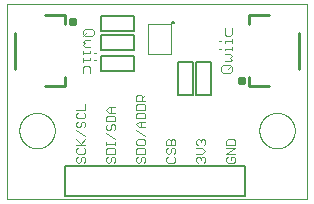
<source format=gto>
G75*
%MOIN*%
%OFA0B0*%
%FSLAX25Y25*%
%IPPOS*%
%LPD*%
%AMOC8*
5,1,8,0,0,1.08239X$1,22.5*
%
%ADD10C,0.00000*%
%ADD11C,0.00300*%
%ADD12C,0.00400*%
%ADD13C,0.00500*%
%ADD14C,0.01575*%
%ADD15C,0.01000*%
%ADD16C,0.00394*%
%ADD17C,0.00600*%
D10*
X0001350Y0002094D02*
X0001350Y0067055D01*
X0101035Y0067055D01*
X0101035Y0002094D01*
X0001350Y0002094D01*
X0005287Y0024929D02*
X0005289Y0025082D01*
X0005295Y0025236D01*
X0005305Y0025389D01*
X0005319Y0025541D01*
X0005337Y0025694D01*
X0005359Y0025845D01*
X0005384Y0025996D01*
X0005414Y0026147D01*
X0005448Y0026297D01*
X0005485Y0026445D01*
X0005526Y0026593D01*
X0005571Y0026739D01*
X0005620Y0026885D01*
X0005673Y0027029D01*
X0005729Y0027171D01*
X0005789Y0027312D01*
X0005853Y0027452D01*
X0005920Y0027590D01*
X0005991Y0027726D01*
X0006066Y0027860D01*
X0006143Y0027992D01*
X0006225Y0028122D01*
X0006309Y0028250D01*
X0006397Y0028376D01*
X0006488Y0028499D01*
X0006582Y0028620D01*
X0006680Y0028738D01*
X0006780Y0028854D01*
X0006884Y0028967D01*
X0006990Y0029078D01*
X0007099Y0029186D01*
X0007211Y0029291D01*
X0007325Y0029392D01*
X0007443Y0029491D01*
X0007562Y0029587D01*
X0007684Y0029680D01*
X0007809Y0029769D01*
X0007936Y0029856D01*
X0008065Y0029938D01*
X0008196Y0030018D01*
X0008329Y0030094D01*
X0008464Y0030167D01*
X0008601Y0030236D01*
X0008740Y0030301D01*
X0008880Y0030363D01*
X0009022Y0030421D01*
X0009165Y0030476D01*
X0009310Y0030527D01*
X0009456Y0030574D01*
X0009603Y0030617D01*
X0009751Y0030656D01*
X0009900Y0030692D01*
X0010050Y0030723D01*
X0010201Y0030751D01*
X0010352Y0030775D01*
X0010505Y0030795D01*
X0010657Y0030811D01*
X0010810Y0030823D01*
X0010963Y0030831D01*
X0011116Y0030835D01*
X0011270Y0030835D01*
X0011423Y0030831D01*
X0011576Y0030823D01*
X0011729Y0030811D01*
X0011881Y0030795D01*
X0012034Y0030775D01*
X0012185Y0030751D01*
X0012336Y0030723D01*
X0012486Y0030692D01*
X0012635Y0030656D01*
X0012783Y0030617D01*
X0012930Y0030574D01*
X0013076Y0030527D01*
X0013221Y0030476D01*
X0013364Y0030421D01*
X0013506Y0030363D01*
X0013646Y0030301D01*
X0013785Y0030236D01*
X0013922Y0030167D01*
X0014057Y0030094D01*
X0014190Y0030018D01*
X0014321Y0029938D01*
X0014450Y0029856D01*
X0014577Y0029769D01*
X0014702Y0029680D01*
X0014824Y0029587D01*
X0014943Y0029491D01*
X0015061Y0029392D01*
X0015175Y0029291D01*
X0015287Y0029186D01*
X0015396Y0029078D01*
X0015502Y0028967D01*
X0015606Y0028854D01*
X0015706Y0028738D01*
X0015804Y0028620D01*
X0015898Y0028499D01*
X0015989Y0028376D01*
X0016077Y0028250D01*
X0016161Y0028122D01*
X0016243Y0027992D01*
X0016320Y0027860D01*
X0016395Y0027726D01*
X0016466Y0027590D01*
X0016533Y0027452D01*
X0016597Y0027312D01*
X0016657Y0027171D01*
X0016713Y0027029D01*
X0016766Y0026885D01*
X0016815Y0026739D01*
X0016860Y0026593D01*
X0016901Y0026445D01*
X0016938Y0026297D01*
X0016972Y0026147D01*
X0017002Y0025996D01*
X0017027Y0025845D01*
X0017049Y0025694D01*
X0017067Y0025541D01*
X0017081Y0025389D01*
X0017091Y0025236D01*
X0017097Y0025082D01*
X0017099Y0024929D01*
X0017097Y0024776D01*
X0017091Y0024622D01*
X0017081Y0024469D01*
X0017067Y0024317D01*
X0017049Y0024164D01*
X0017027Y0024013D01*
X0017002Y0023862D01*
X0016972Y0023711D01*
X0016938Y0023561D01*
X0016901Y0023413D01*
X0016860Y0023265D01*
X0016815Y0023119D01*
X0016766Y0022973D01*
X0016713Y0022829D01*
X0016657Y0022687D01*
X0016597Y0022546D01*
X0016533Y0022406D01*
X0016466Y0022268D01*
X0016395Y0022132D01*
X0016320Y0021998D01*
X0016243Y0021866D01*
X0016161Y0021736D01*
X0016077Y0021608D01*
X0015989Y0021482D01*
X0015898Y0021359D01*
X0015804Y0021238D01*
X0015706Y0021120D01*
X0015606Y0021004D01*
X0015502Y0020891D01*
X0015396Y0020780D01*
X0015287Y0020672D01*
X0015175Y0020567D01*
X0015061Y0020466D01*
X0014943Y0020367D01*
X0014824Y0020271D01*
X0014702Y0020178D01*
X0014577Y0020089D01*
X0014450Y0020002D01*
X0014321Y0019920D01*
X0014190Y0019840D01*
X0014057Y0019764D01*
X0013922Y0019691D01*
X0013785Y0019622D01*
X0013646Y0019557D01*
X0013506Y0019495D01*
X0013364Y0019437D01*
X0013221Y0019382D01*
X0013076Y0019331D01*
X0012930Y0019284D01*
X0012783Y0019241D01*
X0012635Y0019202D01*
X0012486Y0019166D01*
X0012336Y0019135D01*
X0012185Y0019107D01*
X0012034Y0019083D01*
X0011881Y0019063D01*
X0011729Y0019047D01*
X0011576Y0019035D01*
X0011423Y0019027D01*
X0011270Y0019023D01*
X0011116Y0019023D01*
X0010963Y0019027D01*
X0010810Y0019035D01*
X0010657Y0019047D01*
X0010505Y0019063D01*
X0010352Y0019083D01*
X0010201Y0019107D01*
X0010050Y0019135D01*
X0009900Y0019166D01*
X0009751Y0019202D01*
X0009603Y0019241D01*
X0009456Y0019284D01*
X0009310Y0019331D01*
X0009165Y0019382D01*
X0009022Y0019437D01*
X0008880Y0019495D01*
X0008740Y0019557D01*
X0008601Y0019622D01*
X0008464Y0019691D01*
X0008329Y0019764D01*
X0008196Y0019840D01*
X0008065Y0019920D01*
X0007936Y0020002D01*
X0007809Y0020089D01*
X0007684Y0020178D01*
X0007562Y0020271D01*
X0007443Y0020367D01*
X0007325Y0020466D01*
X0007211Y0020567D01*
X0007099Y0020672D01*
X0006990Y0020780D01*
X0006884Y0020891D01*
X0006780Y0021004D01*
X0006680Y0021120D01*
X0006582Y0021238D01*
X0006488Y0021359D01*
X0006397Y0021482D01*
X0006309Y0021608D01*
X0006225Y0021736D01*
X0006143Y0021866D01*
X0006066Y0021998D01*
X0005991Y0022132D01*
X0005920Y0022268D01*
X0005853Y0022406D01*
X0005789Y0022546D01*
X0005729Y0022687D01*
X0005673Y0022829D01*
X0005620Y0022973D01*
X0005571Y0023119D01*
X0005526Y0023265D01*
X0005485Y0023413D01*
X0005448Y0023561D01*
X0005414Y0023711D01*
X0005384Y0023862D01*
X0005359Y0024013D01*
X0005337Y0024164D01*
X0005319Y0024317D01*
X0005305Y0024469D01*
X0005295Y0024622D01*
X0005289Y0024776D01*
X0005287Y0024929D01*
X0085287Y0024929D02*
X0085289Y0025082D01*
X0085295Y0025236D01*
X0085305Y0025389D01*
X0085319Y0025541D01*
X0085337Y0025694D01*
X0085359Y0025845D01*
X0085384Y0025996D01*
X0085414Y0026147D01*
X0085448Y0026297D01*
X0085485Y0026445D01*
X0085526Y0026593D01*
X0085571Y0026739D01*
X0085620Y0026885D01*
X0085673Y0027029D01*
X0085729Y0027171D01*
X0085789Y0027312D01*
X0085853Y0027452D01*
X0085920Y0027590D01*
X0085991Y0027726D01*
X0086066Y0027860D01*
X0086143Y0027992D01*
X0086225Y0028122D01*
X0086309Y0028250D01*
X0086397Y0028376D01*
X0086488Y0028499D01*
X0086582Y0028620D01*
X0086680Y0028738D01*
X0086780Y0028854D01*
X0086884Y0028967D01*
X0086990Y0029078D01*
X0087099Y0029186D01*
X0087211Y0029291D01*
X0087325Y0029392D01*
X0087443Y0029491D01*
X0087562Y0029587D01*
X0087684Y0029680D01*
X0087809Y0029769D01*
X0087936Y0029856D01*
X0088065Y0029938D01*
X0088196Y0030018D01*
X0088329Y0030094D01*
X0088464Y0030167D01*
X0088601Y0030236D01*
X0088740Y0030301D01*
X0088880Y0030363D01*
X0089022Y0030421D01*
X0089165Y0030476D01*
X0089310Y0030527D01*
X0089456Y0030574D01*
X0089603Y0030617D01*
X0089751Y0030656D01*
X0089900Y0030692D01*
X0090050Y0030723D01*
X0090201Y0030751D01*
X0090352Y0030775D01*
X0090505Y0030795D01*
X0090657Y0030811D01*
X0090810Y0030823D01*
X0090963Y0030831D01*
X0091116Y0030835D01*
X0091270Y0030835D01*
X0091423Y0030831D01*
X0091576Y0030823D01*
X0091729Y0030811D01*
X0091881Y0030795D01*
X0092034Y0030775D01*
X0092185Y0030751D01*
X0092336Y0030723D01*
X0092486Y0030692D01*
X0092635Y0030656D01*
X0092783Y0030617D01*
X0092930Y0030574D01*
X0093076Y0030527D01*
X0093221Y0030476D01*
X0093364Y0030421D01*
X0093506Y0030363D01*
X0093646Y0030301D01*
X0093785Y0030236D01*
X0093922Y0030167D01*
X0094057Y0030094D01*
X0094190Y0030018D01*
X0094321Y0029938D01*
X0094450Y0029856D01*
X0094577Y0029769D01*
X0094702Y0029680D01*
X0094824Y0029587D01*
X0094943Y0029491D01*
X0095061Y0029392D01*
X0095175Y0029291D01*
X0095287Y0029186D01*
X0095396Y0029078D01*
X0095502Y0028967D01*
X0095606Y0028854D01*
X0095706Y0028738D01*
X0095804Y0028620D01*
X0095898Y0028499D01*
X0095989Y0028376D01*
X0096077Y0028250D01*
X0096161Y0028122D01*
X0096243Y0027992D01*
X0096320Y0027860D01*
X0096395Y0027726D01*
X0096466Y0027590D01*
X0096533Y0027452D01*
X0096597Y0027312D01*
X0096657Y0027171D01*
X0096713Y0027029D01*
X0096766Y0026885D01*
X0096815Y0026739D01*
X0096860Y0026593D01*
X0096901Y0026445D01*
X0096938Y0026297D01*
X0096972Y0026147D01*
X0097002Y0025996D01*
X0097027Y0025845D01*
X0097049Y0025694D01*
X0097067Y0025541D01*
X0097081Y0025389D01*
X0097091Y0025236D01*
X0097097Y0025082D01*
X0097099Y0024929D01*
X0097097Y0024776D01*
X0097091Y0024622D01*
X0097081Y0024469D01*
X0097067Y0024317D01*
X0097049Y0024164D01*
X0097027Y0024013D01*
X0097002Y0023862D01*
X0096972Y0023711D01*
X0096938Y0023561D01*
X0096901Y0023413D01*
X0096860Y0023265D01*
X0096815Y0023119D01*
X0096766Y0022973D01*
X0096713Y0022829D01*
X0096657Y0022687D01*
X0096597Y0022546D01*
X0096533Y0022406D01*
X0096466Y0022268D01*
X0096395Y0022132D01*
X0096320Y0021998D01*
X0096243Y0021866D01*
X0096161Y0021736D01*
X0096077Y0021608D01*
X0095989Y0021482D01*
X0095898Y0021359D01*
X0095804Y0021238D01*
X0095706Y0021120D01*
X0095606Y0021004D01*
X0095502Y0020891D01*
X0095396Y0020780D01*
X0095287Y0020672D01*
X0095175Y0020567D01*
X0095061Y0020466D01*
X0094943Y0020367D01*
X0094824Y0020271D01*
X0094702Y0020178D01*
X0094577Y0020089D01*
X0094450Y0020002D01*
X0094321Y0019920D01*
X0094190Y0019840D01*
X0094057Y0019764D01*
X0093922Y0019691D01*
X0093785Y0019622D01*
X0093646Y0019557D01*
X0093506Y0019495D01*
X0093364Y0019437D01*
X0093221Y0019382D01*
X0093076Y0019331D01*
X0092930Y0019284D01*
X0092783Y0019241D01*
X0092635Y0019202D01*
X0092486Y0019166D01*
X0092336Y0019135D01*
X0092185Y0019107D01*
X0092034Y0019083D01*
X0091881Y0019063D01*
X0091729Y0019047D01*
X0091576Y0019035D01*
X0091423Y0019027D01*
X0091270Y0019023D01*
X0091116Y0019023D01*
X0090963Y0019027D01*
X0090810Y0019035D01*
X0090657Y0019047D01*
X0090505Y0019063D01*
X0090352Y0019083D01*
X0090201Y0019107D01*
X0090050Y0019135D01*
X0089900Y0019166D01*
X0089751Y0019202D01*
X0089603Y0019241D01*
X0089456Y0019284D01*
X0089310Y0019331D01*
X0089165Y0019382D01*
X0089022Y0019437D01*
X0088880Y0019495D01*
X0088740Y0019557D01*
X0088601Y0019622D01*
X0088464Y0019691D01*
X0088329Y0019764D01*
X0088196Y0019840D01*
X0088065Y0019920D01*
X0087936Y0020002D01*
X0087809Y0020089D01*
X0087684Y0020178D01*
X0087562Y0020271D01*
X0087443Y0020367D01*
X0087325Y0020466D01*
X0087211Y0020567D01*
X0087099Y0020672D01*
X0086990Y0020780D01*
X0086884Y0020891D01*
X0086780Y0021004D01*
X0086680Y0021120D01*
X0086582Y0021238D01*
X0086488Y0021359D01*
X0086397Y0021482D01*
X0086309Y0021608D01*
X0086225Y0021736D01*
X0086143Y0021866D01*
X0086066Y0021998D01*
X0085991Y0022132D01*
X0085920Y0022268D01*
X0085853Y0022406D01*
X0085789Y0022546D01*
X0085729Y0022687D01*
X0085673Y0022829D01*
X0085620Y0022973D01*
X0085571Y0023119D01*
X0085526Y0023265D01*
X0085485Y0023413D01*
X0085448Y0023561D01*
X0085414Y0023711D01*
X0085384Y0023862D01*
X0085359Y0024013D01*
X0085337Y0024164D01*
X0085319Y0024317D01*
X0085305Y0024469D01*
X0085295Y0024622D01*
X0085289Y0024776D01*
X0085287Y0024929D01*
D11*
X0077200Y0021589D02*
X0077200Y0020138D01*
X0074298Y0020138D01*
X0074298Y0021589D01*
X0074781Y0022073D01*
X0076716Y0022073D01*
X0077200Y0021589D01*
X0077200Y0019126D02*
X0074298Y0019126D01*
X0074298Y0017191D02*
X0077200Y0019126D01*
X0077200Y0017191D02*
X0074298Y0017191D01*
X0074781Y0016179D02*
X0074298Y0015696D01*
X0074298Y0014728D01*
X0074781Y0014244D01*
X0076716Y0014244D01*
X0077200Y0014728D01*
X0077200Y0015696D01*
X0076716Y0016179D01*
X0075749Y0016179D01*
X0075749Y0015212D01*
X0067200Y0014728D02*
X0066716Y0014244D01*
X0067200Y0014728D02*
X0067200Y0015696D01*
X0066716Y0016179D01*
X0066233Y0016179D01*
X0065749Y0015696D01*
X0065749Y0015212D01*
X0065749Y0015696D02*
X0065265Y0016179D01*
X0064781Y0016179D01*
X0064298Y0015696D01*
X0064298Y0014728D01*
X0064781Y0014244D01*
X0064298Y0017191D02*
X0066233Y0017191D01*
X0067200Y0018158D01*
X0066233Y0019126D01*
X0064298Y0019126D01*
X0064781Y0020138D02*
X0064298Y0020621D01*
X0064298Y0021589D01*
X0064781Y0022073D01*
X0065265Y0022073D01*
X0065749Y0021589D01*
X0066233Y0022073D01*
X0066716Y0022073D01*
X0067200Y0021589D01*
X0067200Y0020621D01*
X0066716Y0020138D01*
X0065749Y0021105D02*
X0065749Y0021589D01*
X0057200Y0021589D02*
X0057200Y0020138D01*
X0054298Y0020138D01*
X0054298Y0021589D01*
X0054781Y0022073D01*
X0055265Y0022073D01*
X0055749Y0021589D01*
X0055749Y0020138D01*
X0056233Y0019126D02*
X0056716Y0019126D01*
X0057200Y0018642D01*
X0057200Y0017675D01*
X0056716Y0017191D01*
X0055749Y0017675D02*
X0055749Y0018642D01*
X0056233Y0019126D01*
X0054781Y0019126D02*
X0054298Y0018642D01*
X0054298Y0017675D01*
X0054781Y0017191D01*
X0055265Y0017191D01*
X0055749Y0017675D01*
X0056716Y0016179D02*
X0057200Y0015696D01*
X0057200Y0014728D01*
X0056716Y0014244D01*
X0054781Y0014244D01*
X0054298Y0014728D01*
X0054298Y0015696D01*
X0054781Y0016179D01*
X0055749Y0021589D02*
X0056233Y0022073D01*
X0056716Y0022073D01*
X0057200Y0021589D01*
X0047200Y0021589D02*
X0047200Y0020621D01*
X0046716Y0020138D01*
X0044781Y0020138D01*
X0044298Y0020621D01*
X0044298Y0021589D01*
X0044781Y0022073D01*
X0046716Y0022073D01*
X0047200Y0021589D01*
X0047200Y0023084D02*
X0044298Y0025019D01*
X0045265Y0026031D02*
X0044298Y0026998D01*
X0045265Y0027966D01*
X0047200Y0027966D01*
X0045749Y0027966D02*
X0045749Y0026031D01*
X0045265Y0026031D02*
X0047200Y0026031D01*
X0047200Y0028977D02*
X0044298Y0028977D01*
X0044298Y0030428D01*
X0044781Y0030912D01*
X0046716Y0030912D01*
X0047200Y0030428D01*
X0047200Y0028977D01*
X0047200Y0031924D02*
X0044298Y0031924D01*
X0044298Y0033375D01*
X0044781Y0033859D01*
X0046716Y0033859D01*
X0047200Y0033375D01*
X0047200Y0031924D01*
X0047200Y0034870D02*
X0044298Y0034870D01*
X0044298Y0036321D01*
X0044781Y0036805D01*
X0045749Y0036805D01*
X0046233Y0036321D01*
X0046233Y0034870D01*
X0046233Y0035838D02*
X0047200Y0036805D01*
X0037200Y0032876D02*
X0035265Y0032876D01*
X0034298Y0031909D01*
X0035265Y0030941D01*
X0037200Y0030941D01*
X0036716Y0029930D02*
X0034781Y0029930D01*
X0034298Y0029446D01*
X0034298Y0027995D01*
X0037200Y0027995D01*
X0037200Y0029446D01*
X0036716Y0029930D01*
X0035749Y0030941D02*
X0035749Y0032876D01*
X0036233Y0026983D02*
X0036716Y0026983D01*
X0037200Y0026500D01*
X0037200Y0025532D01*
X0036716Y0025048D01*
X0035749Y0025532D02*
X0035749Y0026500D01*
X0036233Y0026983D01*
X0034781Y0026983D02*
X0034298Y0026500D01*
X0034298Y0025532D01*
X0034781Y0025048D01*
X0035265Y0025048D01*
X0035749Y0025532D01*
X0034298Y0024037D02*
X0037200Y0022102D01*
X0037200Y0021105D02*
X0037200Y0020138D01*
X0037200Y0020621D02*
X0034298Y0020621D01*
X0034298Y0020138D02*
X0034298Y0021105D01*
X0034781Y0019126D02*
X0034298Y0018642D01*
X0034298Y0017191D01*
X0037200Y0017191D01*
X0037200Y0018642D01*
X0036716Y0019126D01*
X0034781Y0019126D01*
X0034781Y0016179D02*
X0034298Y0015696D01*
X0034298Y0014728D01*
X0034781Y0014244D01*
X0035265Y0014244D01*
X0035749Y0014728D01*
X0035749Y0015696D01*
X0036233Y0016179D01*
X0036716Y0016179D01*
X0037200Y0015696D01*
X0037200Y0014728D01*
X0036716Y0014244D01*
X0044298Y0014728D02*
X0044781Y0014244D01*
X0045265Y0014244D01*
X0045749Y0014728D01*
X0045749Y0015696D01*
X0046233Y0016179D01*
X0046716Y0016179D01*
X0047200Y0015696D01*
X0047200Y0014728D01*
X0046716Y0014244D01*
X0044781Y0016179D02*
X0044298Y0015696D01*
X0044298Y0014728D01*
X0044298Y0017191D02*
X0044298Y0018642D01*
X0044781Y0019126D01*
X0046716Y0019126D01*
X0047200Y0018642D01*
X0047200Y0017191D01*
X0044298Y0017191D01*
X0027200Y0017675D02*
X0027200Y0018642D01*
X0026716Y0019126D01*
X0026233Y0020138D02*
X0024298Y0022073D01*
X0025749Y0020621D02*
X0027200Y0022073D01*
X0027200Y0023084D02*
X0024298Y0025019D01*
X0024781Y0026031D02*
X0025265Y0026031D01*
X0025749Y0026514D01*
X0025749Y0027482D01*
X0026233Y0027966D01*
X0026716Y0027966D01*
X0027200Y0027482D01*
X0027200Y0026514D01*
X0026716Y0026031D01*
X0024781Y0026031D02*
X0024298Y0026514D01*
X0024298Y0027482D01*
X0024781Y0027966D01*
X0024781Y0028977D02*
X0026716Y0028977D01*
X0027200Y0029461D01*
X0027200Y0030428D01*
X0026716Y0030912D01*
X0027200Y0031924D02*
X0027200Y0033859D01*
X0027200Y0031924D02*
X0024298Y0031924D01*
X0024781Y0030912D02*
X0024298Y0030428D01*
X0024298Y0029461D01*
X0024781Y0028977D01*
X0024298Y0020138D02*
X0027200Y0020138D01*
X0027200Y0017675D02*
X0026716Y0017191D01*
X0024781Y0017191D01*
X0024298Y0017675D01*
X0024298Y0018642D01*
X0024781Y0019126D01*
X0024781Y0016179D02*
X0024298Y0015696D01*
X0024298Y0014728D01*
X0024781Y0014244D01*
X0025265Y0014244D01*
X0025749Y0014728D01*
X0025749Y0015696D01*
X0026233Y0016179D01*
X0026716Y0016179D01*
X0027200Y0015696D01*
X0027200Y0014728D01*
X0026716Y0014244D01*
D12*
X0026550Y0044215D02*
X0026550Y0046017D01*
X0027151Y0046617D01*
X0028352Y0046617D01*
X0028952Y0046017D01*
X0028952Y0044215D01*
X0026550Y0047872D02*
X0026550Y0049073D01*
X0026550Y0048472D02*
X0028952Y0048472D01*
X0028952Y0049073D01*
X0030153Y0048472D02*
X0030754Y0048472D01*
X0030754Y0050928D02*
X0030153Y0050928D01*
X0028952Y0050928D02*
X0028952Y0051528D01*
X0028952Y0050928D02*
X0026550Y0050928D01*
X0026550Y0051528D02*
X0026550Y0050327D01*
X0027151Y0052809D02*
X0028952Y0052809D01*
X0027151Y0052809D02*
X0026550Y0053410D01*
X0027151Y0054010D01*
X0026550Y0054611D01*
X0027151Y0055211D01*
X0028952Y0055211D01*
X0029553Y0056492D02*
X0027151Y0056492D01*
X0026550Y0057093D01*
X0026550Y0058294D01*
X0027151Y0058894D01*
X0029553Y0058894D01*
X0030153Y0058294D01*
X0030153Y0057093D01*
X0029553Y0056492D01*
X0027751Y0057693D02*
X0026550Y0056492D01*
X0071946Y0054717D02*
X0072547Y0054717D01*
X0073748Y0054717D02*
X0073748Y0054116D01*
X0073748Y0054717D02*
X0076150Y0054717D01*
X0076150Y0055317D02*
X0076150Y0054116D01*
X0076150Y0052862D02*
X0076150Y0051661D01*
X0076150Y0052261D02*
X0073748Y0052261D01*
X0073748Y0051661D01*
X0072547Y0052261D02*
X0071946Y0052261D01*
X0073748Y0050380D02*
X0075549Y0050380D01*
X0076150Y0049779D01*
X0075549Y0049179D01*
X0076150Y0048578D01*
X0075549Y0047978D01*
X0073748Y0047978D01*
X0073147Y0046697D02*
X0075549Y0046697D01*
X0076150Y0046096D01*
X0076150Y0044895D01*
X0075549Y0044294D01*
X0073147Y0044294D01*
X0072547Y0044895D01*
X0072547Y0046096D01*
X0073147Y0046697D01*
X0074949Y0045496D02*
X0076150Y0046697D01*
X0075549Y0056572D02*
X0074348Y0056572D01*
X0073748Y0057172D01*
X0073748Y0058974D01*
X0076150Y0058974D02*
X0076150Y0057172D01*
X0075549Y0056572D01*
D13*
X0069050Y0047894D02*
X0064050Y0047894D01*
X0064050Y0036894D01*
X0069050Y0036894D01*
X0069050Y0047894D01*
X0063134Y0047939D02*
X0058134Y0047939D01*
X0058134Y0036939D01*
X0063134Y0036939D01*
X0063134Y0047939D01*
X0043450Y0049894D02*
X0043450Y0044894D01*
X0032450Y0044894D01*
X0032450Y0049894D01*
X0043450Y0049894D01*
X0043427Y0051661D02*
X0032427Y0051661D01*
X0032427Y0056661D01*
X0043427Y0056661D01*
X0043427Y0051661D01*
X0043448Y0058260D02*
X0032448Y0058260D01*
X0032448Y0063260D01*
X0043448Y0063260D01*
X0043448Y0058260D01*
X0020563Y0013000D02*
X0080563Y0013000D01*
X0080563Y0003000D01*
X0020563Y0003000D01*
X0020563Y0013000D01*
D14*
X0078824Y0041661D02*
X0078826Y0041708D01*
X0078832Y0041754D01*
X0078841Y0041800D01*
X0078855Y0041844D01*
X0078872Y0041888D01*
X0078893Y0041929D01*
X0078917Y0041969D01*
X0078944Y0042007D01*
X0078975Y0042042D01*
X0079008Y0042075D01*
X0079044Y0042105D01*
X0079083Y0042131D01*
X0079123Y0042155D01*
X0079165Y0042174D01*
X0079209Y0042191D01*
X0079254Y0042203D01*
X0079300Y0042212D01*
X0079346Y0042217D01*
X0079393Y0042218D01*
X0079439Y0042215D01*
X0079485Y0042208D01*
X0079531Y0042197D01*
X0079575Y0042183D01*
X0079618Y0042165D01*
X0079659Y0042143D01*
X0079699Y0042118D01*
X0079736Y0042090D01*
X0079771Y0042059D01*
X0079803Y0042025D01*
X0079832Y0041988D01*
X0079857Y0041950D01*
X0079880Y0041909D01*
X0079899Y0041866D01*
X0079914Y0041822D01*
X0079926Y0041777D01*
X0079934Y0041731D01*
X0079938Y0041684D01*
X0079938Y0041638D01*
X0079934Y0041591D01*
X0079926Y0041545D01*
X0079914Y0041500D01*
X0079899Y0041456D01*
X0079880Y0041413D01*
X0079857Y0041372D01*
X0079832Y0041334D01*
X0079803Y0041297D01*
X0079771Y0041263D01*
X0079736Y0041232D01*
X0079699Y0041204D01*
X0079660Y0041179D01*
X0079618Y0041157D01*
X0079575Y0041139D01*
X0079531Y0041125D01*
X0079485Y0041114D01*
X0079439Y0041107D01*
X0079393Y0041104D01*
X0079346Y0041105D01*
X0079300Y0041110D01*
X0079254Y0041119D01*
X0079209Y0041131D01*
X0079165Y0041148D01*
X0079123Y0041167D01*
X0079083Y0041191D01*
X0079044Y0041217D01*
X0079008Y0041247D01*
X0078975Y0041280D01*
X0078944Y0041315D01*
X0078917Y0041353D01*
X0078893Y0041393D01*
X0078872Y0041434D01*
X0078855Y0041478D01*
X0078841Y0041522D01*
X0078832Y0041568D01*
X0078826Y0041614D01*
X0078824Y0041661D01*
X0022447Y0061346D02*
X0022449Y0061393D01*
X0022455Y0061439D01*
X0022464Y0061485D01*
X0022478Y0061529D01*
X0022495Y0061573D01*
X0022516Y0061614D01*
X0022540Y0061654D01*
X0022567Y0061692D01*
X0022598Y0061727D01*
X0022631Y0061760D01*
X0022667Y0061790D01*
X0022706Y0061816D01*
X0022746Y0061840D01*
X0022788Y0061859D01*
X0022832Y0061876D01*
X0022877Y0061888D01*
X0022923Y0061897D01*
X0022969Y0061902D01*
X0023016Y0061903D01*
X0023062Y0061900D01*
X0023108Y0061893D01*
X0023154Y0061882D01*
X0023198Y0061868D01*
X0023241Y0061850D01*
X0023282Y0061828D01*
X0023322Y0061803D01*
X0023359Y0061775D01*
X0023394Y0061744D01*
X0023426Y0061710D01*
X0023455Y0061673D01*
X0023480Y0061635D01*
X0023503Y0061594D01*
X0023522Y0061551D01*
X0023537Y0061507D01*
X0023549Y0061462D01*
X0023557Y0061416D01*
X0023561Y0061369D01*
X0023561Y0061323D01*
X0023557Y0061276D01*
X0023549Y0061230D01*
X0023537Y0061185D01*
X0023522Y0061141D01*
X0023503Y0061098D01*
X0023480Y0061057D01*
X0023455Y0061019D01*
X0023426Y0060982D01*
X0023394Y0060948D01*
X0023359Y0060917D01*
X0023322Y0060889D01*
X0023283Y0060864D01*
X0023241Y0060842D01*
X0023198Y0060824D01*
X0023154Y0060810D01*
X0023108Y0060799D01*
X0023062Y0060792D01*
X0023016Y0060789D01*
X0022969Y0060790D01*
X0022923Y0060795D01*
X0022877Y0060804D01*
X0022832Y0060816D01*
X0022788Y0060833D01*
X0022746Y0060852D01*
X0022706Y0060876D01*
X0022667Y0060902D01*
X0022631Y0060932D01*
X0022598Y0060965D01*
X0022567Y0061000D01*
X0022540Y0061038D01*
X0022516Y0061078D01*
X0022495Y0061119D01*
X0022478Y0061163D01*
X0022464Y0061207D01*
X0022455Y0061253D01*
X0022449Y0061299D01*
X0022447Y0061346D01*
D15*
X0020444Y0060362D02*
X0020444Y0063315D01*
X0013948Y0063315D01*
X0003712Y0057409D02*
X0003712Y0045598D01*
X0013948Y0039693D02*
X0020444Y0039693D01*
X0020444Y0042646D01*
X0081941Y0042646D02*
X0081941Y0039693D01*
X0088437Y0039693D01*
X0098673Y0045598D02*
X0098673Y0057409D01*
X0088437Y0063315D02*
X0081941Y0063315D01*
X0081941Y0060362D01*
D16*
X0055960Y0060335D02*
X0055960Y0050492D01*
X0048086Y0050492D01*
X0048086Y0060335D01*
X0055960Y0060335D01*
X0055960Y0050492D01*
X0048086Y0050492D01*
X0048086Y0060335D01*
X0055960Y0060335D01*
D17*
X0056140Y0061013D02*
X0056142Y0061046D01*
X0056148Y0061079D01*
X0056158Y0061112D01*
X0056171Y0061142D01*
X0056188Y0061171D01*
X0056209Y0061198D01*
X0056232Y0061222D01*
X0056258Y0061243D01*
X0056286Y0061261D01*
X0056317Y0061275D01*
X0056348Y0061286D01*
X0056381Y0061293D01*
X0056415Y0061296D01*
X0056448Y0061295D01*
X0056481Y0061290D01*
X0056514Y0061281D01*
X0056545Y0061268D01*
X0056574Y0061252D01*
X0056601Y0061233D01*
X0056626Y0061210D01*
X0056648Y0061185D01*
X0056667Y0061157D01*
X0056682Y0061127D01*
X0056694Y0061096D01*
X0056702Y0061063D01*
X0056706Y0061030D01*
X0056706Y0060996D01*
X0056702Y0060963D01*
X0056694Y0060930D01*
X0056682Y0060899D01*
X0056667Y0060869D01*
X0056648Y0060841D01*
X0056626Y0060816D01*
X0056601Y0060793D01*
X0056574Y0060774D01*
X0056545Y0060758D01*
X0056514Y0060745D01*
X0056481Y0060736D01*
X0056448Y0060731D01*
X0056415Y0060730D01*
X0056381Y0060733D01*
X0056348Y0060740D01*
X0056317Y0060751D01*
X0056286Y0060765D01*
X0056258Y0060783D01*
X0056232Y0060804D01*
X0056209Y0060828D01*
X0056188Y0060855D01*
X0056171Y0060884D01*
X0056158Y0060914D01*
X0056148Y0060947D01*
X0056142Y0060980D01*
X0056140Y0061013D01*
M02*

</source>
